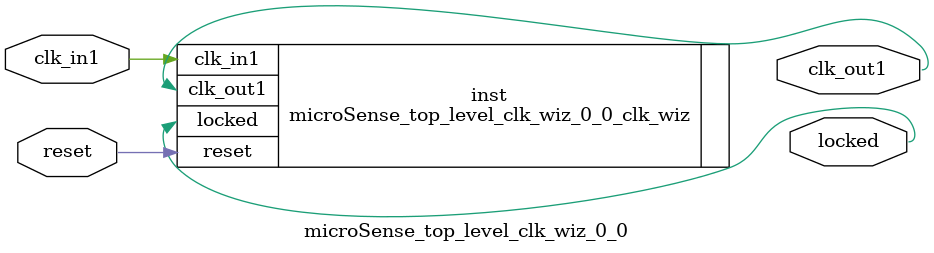
<source format=v>


`timescale 1ps/1ps

(* CORE_GENERATION_INFO = "microSense_top_level_clk_wiz_0_0,clk_wiz_v5_4_2_0,{component_name=microSense_top_level_clk_wiz_0_0,use_phase_alignment=true,use_min_o_jitter=false,use_max_i_jitter=false,use_dyn_phase_shift=false,use_inclk_switchover=false,use_dyn_reconfig=false,enable_axi=0,feedback_source=FDBK_AUTO,PRIMITIVE=MMCM,num_out_clk=1,clkin1_period=10.000,clkin2_period=10.000,use_power_down=false,use_reset=true,use_locked=true,use_inclk_stopped=false,feedback_type=SINGLE,CLOCK_MGR_TYPE=NA,manual_override=false}" *)

module microSense_top_level_clk_wiz_0_0 
 (
  // Clock out ports
  output        clk_out1,
  // Status and control signals
  input         reset,
  output        locked,
 // Clock in ports
  input         clk_in1
 );

  microSense_top_level_clk_wiz_0_0_clk_wiz inst
  (
  // Clock out ports  
  .clk_out1(clk_out1),
  // Status and control signals               
  .reset(reset), 
  .locked(locked),
 // Clock in ports
  .clk_in1(clk_in1)
  );

endmodule

</source>
